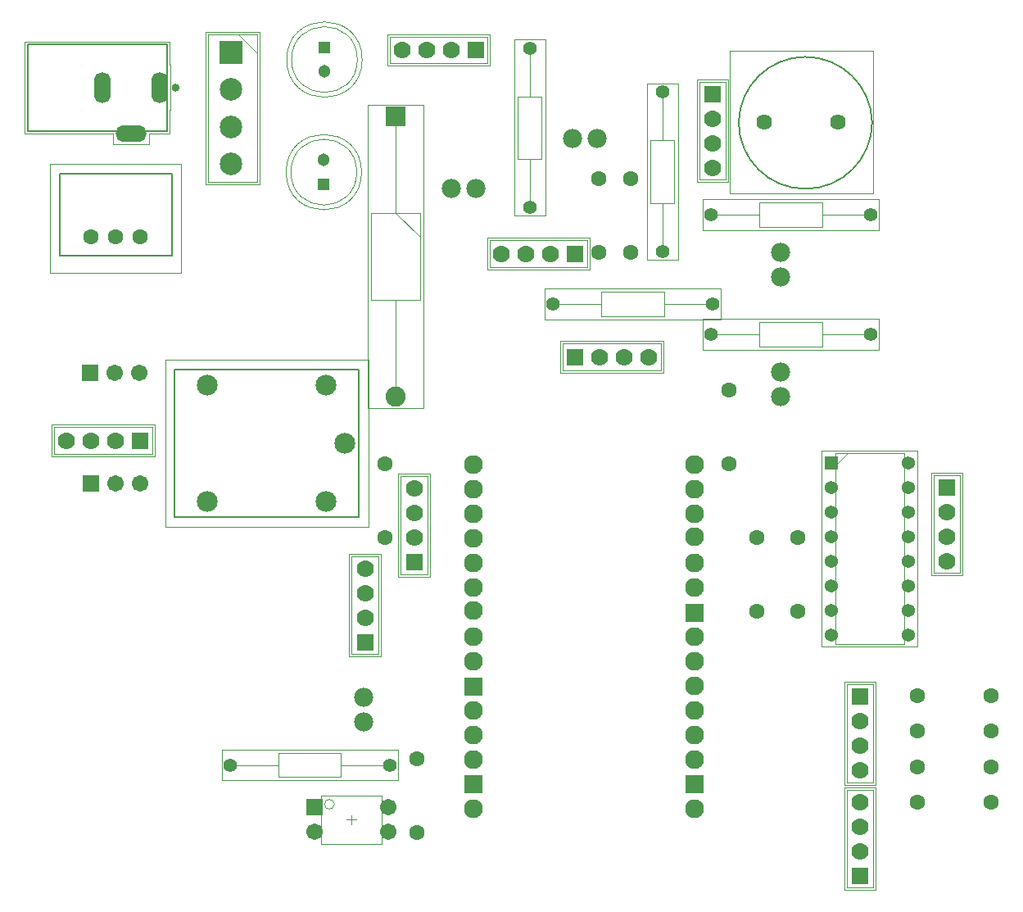
<source format=gts>
G04*
G04 #@! TF.GenerationSoftware,Altium Limited,Altium Designer,18.0.9 (584)*
G04*
G04 Layer_Color=8388736*
%FSLAX44Y44*%
%MOMM*%
G71*
G01*
G75*
%ADD10C,0.2000*%
%ADD11C,0.1000*%
%ADD14C,0.1270*%
%ADD15C,0.4000*%
%ADD18C,0.0001*%
%ADD19C,0.0500*%
%ADD20C,1.7032*%
%ADD21R,1.7032X1.7032*%
%ADD22R,1.7782X1.7782*%
%ADD23C,1.7782*%
%ADD24R,1.7782X1.7782*%
%ADD25R,1.3632X1.3632*%
%ADD26C,1.3632*%
%ADD27R,2.3332X2.3332*%
%ADD28C,2.3332*%
%ADD29C,2.0782*%
%ADD30R,2.0782X2.0782*%
%ADD31R,1.3032X1.3032*%
%ADD32C,1.3032*%
%ADD33C,1.4032*%
%ADD34C,1.6202*%
%ADD35C,1.6032*%
%ADD36C,2.1532*%
%ADD37C,1.9812*%
%ADD38O,3.2192X1.7112*%
%ADD39O,1.7112X3.2192*%
%ADD40C,1.9558*%
%ADD41R,1.9558X1.9558*%
D10*
X994720Y1150620D02*
G03*
X1132620Y1150620I68950J0D01*
G01*
D02*
G03*
X994720Y1150620I-68950J-1530D01*
G01*
X292520Y1012510D02*
Y1097510D01*
X408520D01*
Y1012510D02*
Y1097510D01*
X292520Y1012510D02*
X408520D01*
X601730Y742760D02*
Y894760D01*
X411730D02*
X601730D01*
X411730Y742760D02*
Y894760D01*
Y742760D02*
X601730D01*
D11*
X600500Y1215245D02*
G03*
X600500Y1215245I-34000J0D01*
G01*
X599875Y1098945D02*
G03*
X599875Y1098945I-34000J0D01*
G01*
X576630Y445760D02*
G03*
X576630Y445760I-5000J0D01*
G01*
X388370Y807990D02*
Y835390D01*
X287270Y807990D02*
X388370D01*
X287270D02*
Y835390D01*
X388370D01*
X1106540Y569710D02*
X1133940D01*
Y468610D02*
Y569710D01*
X1106540Y468610D02*
X1133940D01*
X1106540D02*
Y569710D01*
X813050Y894350D02*
Y921750D01*
X914150D01*
Y894350D02*
Y921750D01*
X813050Y894350D02*
X914150D01*
X594630Y600892D02*
X622030D01*
X594630D02*
Y701992D01*
X622030D01*
Y600892D02*
Y701992D01*
X735160Y1211670D02*
Y1239070D01*
X634060Y1211670D02*
X735160D01*
X634060D02*
Y1239070D01*
X735160D01*
X954040Y1192309D02*
X981440D01*
Y1091209D02*
Y1192309D01*
X954040Y1091209D02*
X981440D01*
X954040D02*
Y1192309D01*
X838255Y1001030D02*
Y1028430D01*
X737155Y1001030D02*
X838255D01*
X737155D02*
Y1028430D01*
X838255D01*
X1196184Y785680D02*
X1223584D01*
Y684580D02*
Y785680D01*
X1196184Y684580D02*
X1223584D01*
X1196184D02*
Y785680D01*
X1106440Y359660D02*
X1133840D01*
X1106440D02*
Y460760D01*
X1133840D01*
Y359660D02*
Y460760D01*
X645430Y683510D02*
X672830D01*
X645430D02*
Y784610D01*
X672830D01*
Y683510D02*
Y784610D01*
X1094420Y808380D02*
X1165520D01*
Y611480D02*
Y808380D01*
X1094420Y611480D02*
X1165520D01*
X1094420D02*
Y808380D01*
Y795680D02*
X1107120Y808380D01*
X496680Y1088645D02*
Y1241045D01*
X445880Y1088645D02*
X496680D01*
X445880D02*
Y1241045D01*
X496680D01*
X477430D02*
X496680Y1221795D01*
X640080Y866970D02*
Y966970D01*
Y1056970D02*
Y1156970D01*
Y1056970D02*
X665100Y1031950D01*
X615050Y1056970D02*
X665100D01*
X615050Y966970D02*
Y1056970D01*
Y966970D02*
X665100D01*
Y1056970D01*
X791090Y1112245D02*
Y1177245D01*
X766090Y1112245D02*
X791090D01*
X766090D02*
Y1177245D01*
X791090D01*
X778590D02*
Y1227245D01*
Y1062245D02*
Y1112245D01*
X903250Y1066734D02*
Y1131734D01*
X928250D01*
Y1066734D02*
Y1131734D01*
X903250Y1066734D02*
X928250D01*
X915750Y1016734D02*
Y1066734D01*
Y1131734D02*
Y1181734D01*
X518730Y473910D02*
X583730D01*
X518730D02*
Y498910D01*
X583730D01*
Y473910D02*
Y498910D01*
Y486410D02*
X633730D01*
X468730D02*
X518730D01*
X1016199Y943796D02*
X1081199D01*
Y918796D02*
Y943796D01*
X1016199Y918796D02*
X1081199D01*
X1016199D02*
Y943796D01*
X966199Y931296D02*
X1016199D01*
X1081199D02*
X1131199D01*
X1016199Y1067689D02*
X1081199D01*
Y1042689D02*
Y1067689D01*
X1016199Y1042689D02*
X1081199D01*
X1016199D02*
Y1067689D01*
X966199Y1055189D02*
X1016199D01*
X1081199D02*
X1131199D01*
X852640Y975160D02*
X917640D01*
Y950160D02*
Y975160D01*
X852640Y950160D02*
X917640D01*
X852640D02*
Y975160D01*
X802640Y962660D02*
X852640D01*
X917640D02*
X967640D01*
X562630Y404760D02*
X625630D01*
X562630Y454760D02*
X625630D01*
Y404760D02*
Y454760D01*
X562630Y404760D02*
Y454760D01*
X985380Y1076670D02*
X1133280D01*
Y1224570D01*
X985380D02*
X1133280D01*
X985380Y1076670D02*
Y1224570D01*
X282520Y994510D02*
Y1107510D01*
X418520D01*
Y994510D02*
Y1107510D01*
X282520Y994510D02*
X418520D01*
X611730Y732760D02*
Y904760D01*
X401730D02*
X611730D01*
X401730Y732760D02*
Y904760D01*
Y732760D02*
X611730D01*
X594130Y424760D02*
Y434760D01*
X589130Y429760D02*
X599130D01*
D14*
X259550Y1141180D02*
Y1231180D01*
X403550Y1141180D02*
Y1231180D01*
X259550D02*
X403550D01*
X259550Y1141180D02*
X403550D01*
X259550D02*
Y1231180D01*
X403550Y1141180D02*
Y1231180D01*
X259550D02*
X403550D01*
X259550Y1141180D02*
X403550D01*
X259550D02*
Y1231180D01*
X403550D01*
X385050Y1141180D02*
X403550D01*
Y1201680D02*
Y1231180D01*
X259550Y1141180D02*
X349050D01*
X403550D02*
Y1171680D01*
D15*
X414550Y1186180D02*
G03*
X414550Y1186180I-2000J0D01*
G01*
D18*
X358550Y1144180D02*
X374550D01*
X358550Y1134180D02*
Y1144180D01*
Y1134180D02*
X374550D01*
Y1144180D01*
X331550Y1178180D02*
Y1194180D01*
Y1178180D02*
X341550D01*
Y1194180D01*
X331550D02*
X341550D01*
X391550Y1178180D02*
Y1194180D01*
Y1178180D02*
X401550D01*
Y1194180D01*
X391550D02*
X401550D01*
D19*
X605500Y1215245D02*
G03*
X605500Y1215245I-39000J0D01*
G01*
X604875Y1098945D02*
G03*
X604875Y1098945I-39000J0D01*
G01*
X390870Y805490D02*
Y837890D01*
X284770Y805490D02*
X390870D01*
X284770D02*
Y837890D01*
X390870D01*
X1104040Y572210D02*
X1136440D01*
Y466110D02*
Y572210D01*
X1104040Y466110D02*
X1136440D01*
X1104040D02*
Y572210D01*
X810550Y891850D02*
Y924250D01*
X916650D01*
Y891850D02*
Y924250D01*
X810550Y891850D02*
X916650D01*
X592130Y598392D02*
X624530D01*
X592130D02*
Y704492D01*
X624530D01*
Y598392D02*
Y704492D01*
X737660Y1209170D02*
Y1241570D01*
X631560Y1209170D02*
X737660D01*
X631560D02*
Y1241570D01*
X737660D01*
X951540Y1194809D02*
X983940D01*
Y1088709D02*
Y1194809D01*
X951540Y1088709D02*
X983940D01*
X951540D02*
Y1194809D01*
X840755Y998530D02*
Y1030930D01*
X734655Y998530D02*
X840755D01*
X734655D02*
Y1030930D01*
X840755D01*
X1193684Y788180D02*
X1226084D01*
Y682080D02*
Y788180D01*
X1193684Y682080D02*
X1226084D01*
X1193684D02*
Y788180D01*
X1103940Y357160D02*
X1136340D01*
X1103940D02*
Y463260D01*
X1136340D01*
Y357160D02*
Y463260D01*
X642930Y681010D02*
X675330D01*
X642930D02*
Y787110D01*
X675330D01*
Y681010D02*
Y787110D01*
X1080370Y810880D02*
X1179570D01*
Y608980D02*
Y810880D01*
X1080370Y608980D02*
X1179570D01*
X1080370D02*
Y810880D01*
X499180Y1086145D02*
Y1243545D01*
X443380Y1086145D02*
X499180D01*
X443380D02*
Y1243545D01*
X499180D01*
X611550Y1168850D02*
X668600D01*
X611550Y855100D02*
Y1168850D01*
Y855100D02*
X668600D01*
Y1168850D01*
X794590Y1053745D02*
Y1235745D01*
X762590Y1053745D02*
X794590D01*
X762590D02*
Y1235745D01*
X794590D01*
X899750Y1008234D02*
Y1190234D01*
X931750D01*
Y1008234D02*
Y1190234D01*
X899750Y1008234D02*
X931750D01*
X460230Y470410D02*
X642230D01*
X460230D02*
Y502410D01*
X642230D01*
Y470410D02*
Y502410D01*
X957699Y947296D02*
X1139699D01*
Y915296D02*
Y947296D01*
X957699Y915296D02*
X1139699D01*
X957699D02*
Y947296D01*
Y1071189D02*
X1139699D01*
Y1039189D02*
Y1071189D01*
X957699Y1039189D02*
X1139699D01*
X957699D02*
Y1071189D01*
X794140Y978660D02*
X976140D01*
Y946660D02*
Y978660D01*
X794140Y946660D02*
X976140D01*
X794140D02*
Y978660D01*
X406050Y1209680D02*
X407050D01*
Y1163680D02*
Y1209680D01*
X406050Y1163680D02*
X407050D01*
X406050Y1138680D02*
Y1163680D01*
Y1209680D02*
Y1233680D01*
X256550D02*
X406050D01*
X256550Y1138680D02*
Y1233680D01*
Y1138680D02*
X348050D01*
Y1128180D02*
Y1138680D01*
Y1128180D02*
X385050D01*
Y1138680D01*
X406050D01*
D20*
X375420Y891560D02*
D03*
X350020D02*
D03*
X350895Y777240D02*
D03*
X376295D02*
D03*
X632230Y417060D02*
D03*
Y442460D02*
D03*
X556030Y417060D02*
D03*
D21*
X324620Y891560D02*
D03*
X325495Y777240D02*
D03*
X556030Y442460D02*
D03*
D22*
X375920Y821690D02*
D03*
X825500Y908050D02*
D03*
X722710Y1225370D02*
D03*
X825805Y1014730D02*
D03*
D23*
X350520Y821690D02*
D03*
X325120D02*
D03*
X299720D02*
D03*
X1120240Y531860D02*
D03*
Y506460D02*
D03*
Y481060D02*
D03*
X850900Y908050D02*
D03*
X876300D02*
D03*
X901700D02*
D03*
X608330Y638742D02*
D03*
Y664142D02*
D03*
Y689542D02*
D03*
X697310Y1225370D02*
D03*
X671910D02*
D03*
X646510D02*
D03*
X967740Y1154459D02*
D03*
Y1129059D02*
D03*
Y1103659D02*
D03*
X800405Y1014730D02*
D03*
X775005D02*
D03*
X749605D02*
D03*
X1209884Y747830D02*
D03*
Y722430D02*
D03*
Y697030D02*
D03*
X1120140Y397510D02*
D03*
Y422910D02*
D03*
Y448310D02*
D03*
X659130Y721360D02*
D03*
Y746760D02*
D03*
Y772160D02*
D03*
D24*
X1120240Y557260D02*
D03*
X608330Y613342D02*
D03*
X967740Y1179859D02*
D03*
X1209884Y773230D02*
D03*
X1120140Y372110D02*
D03*
X659130Y695960D02*
D03*
D25*
X1090270Y798830D02*
D03*
D26*
Y773430D02*
D03*
Y748030D02*
D03*
Y722630D02*
D03*
Y697230D02*
D03*
Y671830D02*
D03*
Y646430D02*
D03*
Y621030D02*
D03*
X1169670D02*
D03*
Y646430D02*
D03*
Y671830D02*
D03*
Y697230D02*
D03*
Y722630D02*
D03*
Y748030D02*
D03*
Y773430D02*
D03*
Y798830D02*
D03*
D27*
X469980Y1222595D02*
D03*
D28*
Y1184095D02*
D03*
Y1145595D02*
D03*
Y1107095D02*
D03*
D29*
X640080Y866970D02*
D03*
D30*
Y1156970D02*
D03*
D31*
X566500Y1227745D02*
D03*
X565875Y1086445D02*
D03*
D32*
X566500Y1202745D02*
D03*
X565875Y1111445D02*
D03*
D33*
X778590Y1227245D02*
D03*
Y1062245D02*
D03*
X915750Y1016734D02*
D03*
Y1181734D02*
D03*
X633730Y486410D02*
D03*
X468730D02*
D03*
X966199Y931296D02*
D03*
X1131199D02*
D03*
X966199Y1055189D02*
D03*
X1131199D02*
D03*
X802640Y962660D02*
D03*
X967640D02*
D03*
D34*
X1021380Y1150620D02*
D03*
X1097280D02*
D03*
D35*
X375920Y1032510D02*
D03*
X350520D02*
D03*
X325120D02*
D03*
X1179430Y558135D02*
D03*
X1255630D02*
D03*
X850330Y1016000D02*
D03*
Y1092200D02*
D03*
X1179430Y447645D02*
D03*
X1255630D02*
D03*
X1013460Y645160D02*
D03*
Y721360D02*
D03*
X628650Y797560D02*
D03*
Y721360D02*
D03*
X661670Y492760D02*
D03*
Y416560D02*
D03*
X1055370Y645160D02*
D03*
Y721360D02*
D03*
X1179430Y521305D02*
D03*
X1255630D02*
D03*
X1179430Y484475D02*
D03*
X1255630D02*
D03*
X882650Y1016000D02*
D03*
Y1092200D02*
D03*
X984250Y873760D02*
D03*
Y797560D02*
D03*
D36*
X587730Y818760D02*
D03*
X567730Y758760D02*
D03*
X445730D02*
D03*
Y878760D02*
D03*
X567730D02*
D03*
D37*
X697230Y1082040D02*
D03*
X722630D02*
D03*
X823040Y1133760D02*
D03*
X848440D02*
D03*
X607315Y530860D02*
D03*
Y556260D02*
D03*
X1037714Y1015800D02*
D03*
Y990400D02*
D03*
Y892810D02*
D03*
Y867410D02*
D03*
D38*
X366550Y1139180D02*
D03*
D39*
X336550Y1186180D02*
D03*
X396550D02*
D03*
D40*
X720170Y441510D02*
D03*
Y543110D02*
D03*
Y517710D02*
D03*
Y492310D02*
D03*
Y593910D02*
D03*
Y619310D02*
D03*
Y645980D02*
D03*
Y797110D02*
D03*
Y771710D02*
D03*
Y746310D02*
D03*
Y720910D02*
D03*
Y695510D02*
D03*
Y670110D02*
D03*
X948770Y441510D02*
D03*
Y543110D02*
D03*
Y517710D02*
D03*
Y492310D02*
D03*
Y568510D02*
D03*
Y593910D02*
D03*
Y619310D02*
D03*
Y797110D02*
D03*
Y771710D02*
D03*
Y746310D02*
D03*
Y722180D02*
D03*
Y695510D02*
D03*
Y670110D02*
D03*
D41*
X720170Y466910D02*
D03*
Y567240D02*
D03*
X948770Y466910D02*
D03*
Y643440D02*
D03*
M02*

</source>
